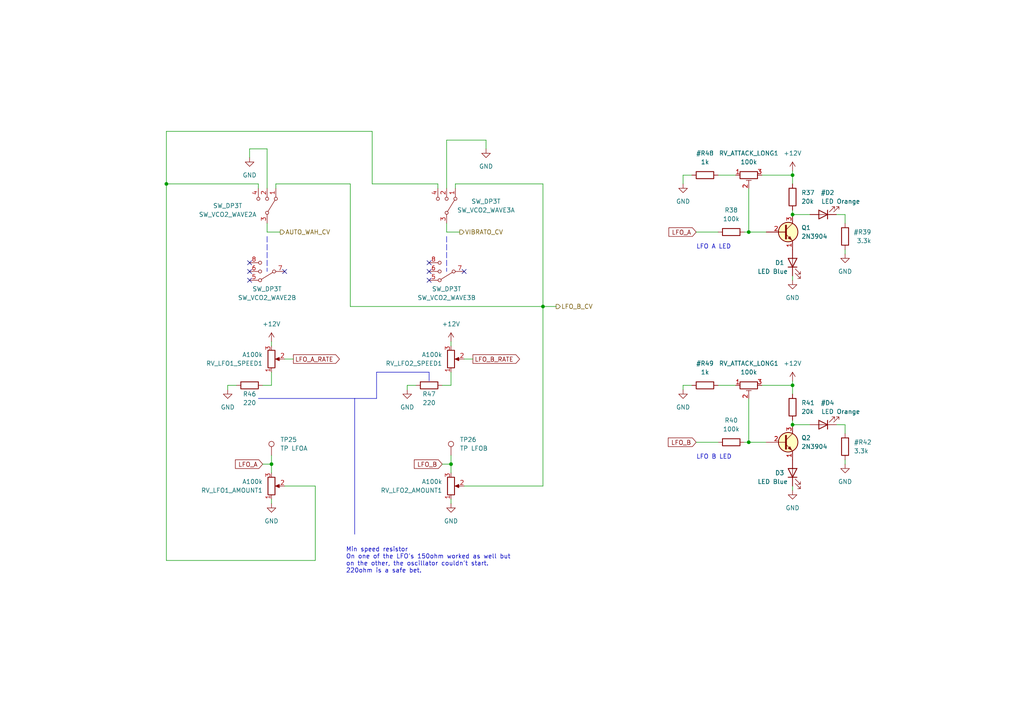
<source format=kicad_sch>
(kicad_sch (version 20231120) (generator "eeschema") (generator_version "8.0")
  (paper "A4")
  (lib_symbols
    (symbol "Connector:TestPoint" (pin_numbers hide) (pin_names (offset 0.762) hide)
      (property "Reference" "TP" (at 0 6.858 0))
      (property "Value" "TestPoint" (at 0 5.08 0))
      (symbol "TestPoint_0_1"
        (circle (center 0 3.302) (radius 0.762))
      )
      (symbol "TestPoint_1_1"
        (pin passive line (at 0 0 90) (length 2.54) (name "1") (number "1"))
      )
    )
    (symbol "Device:LED" (pin_numbers hide) (pin_names (offset 1.016) hide)
      (property "Reference" "D" (at 0 2.54 0))
      (property "Value" "LED" (at 0 -2.54 0))
      (symbol "LED_0_1"
        (polyline (pts (xy -1.27 -1.27) (xy -1.27 1.27)) (stroke (width 0.254)))
        (polyline (pts (xy -1.27 0) (xy 1.27 0)))
        (polyline (pts (xy 1.27 -1.27) (xy 1.27 1.27) (xy -1.27 0) (xy 1.27 -1.27)) (stroke (width 0.254)))
        (polyline (pts (xy -3.048 -0.762) (xy -4.572 -2.286) (xy -3.81 -2.286) (xy -4.572 -2.286) (xy -4.572 -1.524)))
        (polyline (pts (xy -1.778 -0.762) (xy -3.302 -2.286) (xy -2.54 -2.286) (xy -3.302 -2.286) (xy -3.302 -1.524)))
      )
      (symbol "LED_1_1"
        (pin passive line (at -3.81 0 0) (length 2.54) (name "K") (number "1"))
        (pin passive line (at 3.81 0 180) (length 2.54) (name "A") (number "2"))
      )
    )
    (symbol "Device:R" (pin_numbers hide) (pin_names (offset 0))
      (property "Reference" "R" (at 2.032 0 90))
      (property "Value" "R" (at 0 0 90))
      (symbol "R_0_1"
        (rectangle (start -1.016 -2.54) (end 1.016 2.54) (stroke (width 0.254)))
      )
      (symbol "R_1_1"
        (pin passive line (at 0 3.81 270) (length 1.27) (name "~") (number "1"))
        (pin passive line (at 0 -3.81 90) (length 1.27) (name "~") (number "2"))
      )
    )
    (symbol "Device:R_Potentiometer" (pin_names (offset 1.016) hide)
      (property "Reference" "RV" (at -4.445 0 90))
      (property "Value" "R_Potentiometer" (at -2.54 0 90))
      (symbol "R_Potentiometer_0_1"
        (polyline (pts (xy 2.54 0) (xy 1.524 0)))
        (polyline (pts (xy 1.143 0) (xy 2.286 0.508) (xy 2.286 -0.508) (xy 1.143 0)) (fill (type outline)))
        (rectangle (start 1.016 2.54) (end -1.016 -2.54) (stroke (width 0.254)))
      )
      (symbol "R_Potentiometer_1_1"
        (pin passive line (at 0 3.81 270) (length 1.27) (name "1") (number "1"))
        (pin passive line (at 3.81 0 180) (length 1.27) (name "2") (number "2"))
        (pin passive line (at 0 -3.81 90) (length 1.27) (name "3") (number "3"))
      )
    )
    (symbol "Device:R_Potentiometer_Trim" (pin_names (offset 1.016) hide)
      (property "Reference" "RV" (at -4.445 0 90))
      (property "Value" "R_Potentiometer_Trim" (at -2.54 0 90))
      (symbol "R_Potentiometer_Trim_0_1"
        (polyline (pts (xy 1.524 0.762) (xy 1.524 -0.762)))
        (polyline (pts (xy 2.54 0) (xy 1.524 0)))
        (rectangle (start 1.016 2.54) (end -1.016 -2.54) (stroke (width 0.254)))
      )
      (symbol "R_Potentiometer_Trim_1_1"
        (pin passive line (at 0 3.81 270) (length 1.27) (name "1") (number "1"))
        (pin passive line (at 3.81 0 180) (length 1.27) (name "2") (number "2"))
        (pin passive line (at 0 -3.81 90) (length 1.27) (name "3") (number "3"))
      )
    )
    (symbol "PCM_Transistor_BJT_AKL:2N3904" (pin_names hide)
      (property "Reference" "Q" (at 5.08 1.27 0))
      (property "Value" "2N3904" (at 5.08 -1.27 0))
      (symbol "2N3904_0_1"
        (polyline (pts (xy 0.635 0.635) (xy 2.54 2.54)))
        (polyline (pts (xy 0.635 -0.635) (xy 2.54 -2.54) (xy 2.54 -2.54)))
        (polyline (pts (xy 0.635 1.905) (xy 0.635 -1.905) (xy 0.635 -1.905)) (stroke (width 0.508)))
        (polyline (pts (xy 1.27 -1.778) (xy 1.778 -1.27) (xy 2.286 -2.286) (xy 1.27 -1.778) (xy 1.27 -1.778)) (fill (type outline)))
        (circle (center 1.27 0) (radius 2.8194) (stroke (width 0.254)) (fill (type background)))
      )
      (symbol "2N3904_1_1"
        (pin passive line (at 2.54 -5.08 90) (length 2.54) (name "E") (number "1"))
        (pin passive line (at -5.08 0 0) (length 5.715) (name "B") (number "2"))
        (pin passive line (at 2.54 5.08 270) (length 2.54) (name "C") (number "3"))
      )
    )
    (symbol "Switch:SW_DP3T" (pin_names (offset 0) hide)
      (property "Reference" "SW" (at 0 5.08 0))
      (property "Value" "SW_DP3T" (at 0 -5.08 0))
      (symbol "SW_DP3T_0_1"
        (circle (center -2.032 0) (radius 0.4572))
        (polyline (pts (xy -1.651 0.254) (xy 1.651 2.286)))
        (circle (center 2.032 -2.54) (radius 0.4572))
        (circle (center 2.032 0) (radius 0.4572))
        (circle (center 2.032 2.54) (radius 0.4572))
      )
      (symbol "SW_DP3T_1_1"
        (pin passive line (at 5.08 2.54 180) (length 2.54) (name "1") (number "1"))
        (pin passive line (at 5.08 0 180) (length 2.54) (name "2") (number "2"))
        (pin passive line (at -5.08 0 0) (length 2.54) (name "3") (number "3"))
        (pin passive line (at 5.08 -2.54 180) (length 2.54) (name "4") (number "4"))
      )
      (symbol "SW_DP3T_2_1"
        (pin passive line (at 5.08 2.54 180) (length 2.54) (name "5") (number "5"))
        (pin passive line (at 5.08 0 180) (length 2.54) (name "6") (number "6"))
        (pin passive line (at -5.08 0 0) (length 2.54) (name "7") (number "7"))
        (pin passive line (at 5.08 -2.54 180) (length 2.54) (name "8") (number "8"))
      )
    )
    (symbol "power:+12V" (power) (pin_names (offset 0))
      (property "Value" "+12V" (at 0 3.556 0))
      (symbol "+12V_0_1"
        (polyline (pts (xy -0.762 1.27) (xy 0 2.54)))
        (polyline (pts (xy 0 0) (xy 0 2.54)))
        (polyline (pts (xy 0 2.54) (xy 0.762 1.27)))
      )
      (symbol "+12V_1_1"
        (pin power_in line (at 0 0 90) (length 0) hide (name "+12V") (number "1"))
      )
    )
    (symbol "power:GND" (power) (pin_names (offset 0))
      (property "Value" "GND" (at 0 -3.81 0))
      (symbol "GND_0_1"
        (polyline (pts (xy 0 0) (xy 0 -1.27) (xy 1.27 -1.27) (xy 0 -2.54) (xy -1.27 -1.27) (xy 0 -1.27)))
      )
      (symbol "GND_1_1"
        (pin power_in line (at 0 0 270) (length 0) hide (name "GND") (number "1"))
      )
    )
  )
  (junction (at 229.87 111.76))
  (junction (at 78.74 134.62))
  (junction (at 130.81 134.62))
  (junction (at 229.87 123.19))
  (junction (at 229.87 62.23))
  (junction (at 157.48 88.9))
  (junction (at 48.26 53.34))
  (junction (at 229.87 50.8))
  (junction (at 217.17 67.31))
  (junction (at 217.17 128.27))
  (no_connect (at 124.46 76.2))
  (no_connect (at 124.46 81.28))
  (no_connect (at 72.39 78.74))
  (no_connect (at 134.62 78.74))
  (no_connect (at 72.39 81.28))
  (no_connect (at 124.46 78.74))
  (no_connect (at 72.39 76.2))
  (no_connect (at 82.55 78.74))
  (wire (pts (xy 222.25 128.27) (xy 217.17 128.27)))
  (wire (pts (xy 77.47 43.18) (xy 77.47 54.61)))
  (wire (pts (xy 48.26 53.34) (xy 48.26 38.1)))
  (wire (pts (xy 128.27 111.76) (xy 130.81 111.76)))
  (wire (pts (xy 129.54 40.64) (xy 129.54 54.61)))
  (wire (pts (xy 129.54 67.31) (xy 133.35 67.31)))
  (wire (pts (xy 245.11 134.62) (xy 245.11 133.35)))
  (wire (pts (xy 127 53.34) (xy 127 54.61)))
  (wire (pts (xy 91.44 162.56) (xy 48.26 162.56)))
  (wire (pts (xy 48.26 162.56) (xy 48.26 53.34)))
  (wire (pts (xy 68.58 111.76) (xy 66.04 111.76)))
  (wire (pts (xy 229.87 121.92) (xy 229.87 123.19)))
  (wire (pts (xy 200.66 111.76) (xy 198.12 111.76)))
  (wire (pts (xy 140.97 40.64) (xy 129.54 40.64)))
  (wire (pts (xy 130.81 107.95) (xy 130.81 111.76)))
  (wire (pts (xy 140.97 43.18) (xy 140.97 40.64)))
  (wire (pts (xy 107.95 53.34) (xy 127 53.34)))
  (wire (pts (xy 242.57 62.23) (xy 245.11 62.23)))
  (wire (pts (xy 198.12 50.8) (xy 198.12 53.34)))
  (wire (pts (xy 245.11 123.19) (xy 245.11 125.73)))
  (wire (pts (xy 78.74 132.08) (xy 78.74 134.62)))
  (polyline (pts (xy 109.22 107.95) (xy 124.46 107.95)))
  (wire (pts (xy 48.26 38.1) (xy 107.95 38.1)))
  (wire (pts (xy 77.47 64.77) (xy 77.47 67.31)))
  (wire (pts (xy 80.01 53.34) (xy 80.01 54.61)))
  (wire (pts (xy 107.95 38.1) (xy 107.95 53.34)))
  (wire (pts (xy 157.48 53.34) (xy 157.48 88.9)))
  (polyline (pts (xy 102.87 154.94) (xy 102.87 115.57)))
  (wire (pts (xy 137.16 104.14) (xy 134.62 104.14)))
  (wire (pts (xy 201.93 67.31) (xy 208.28 67.31)))
  (wire (pts (xy 245.11 62.23) (xy 245.11 64.77)))
  (polyline (pts (xy 77.47 68.58) (xy 77.47 78.74)) (stroke (width 0) (type dash)))
  (wire (pts (xy 80.01 53.34) (xy 101.6 53.34)))
  (wire (pts (xy 157.48 88.9) (xy 157.48 140.97)))
  (wire (pts (xy 72.39 43.18) (xy 77.47 43.18)))
  (wire (pts (xy 201.93 128.27) (xy 208.28 128.27)))
  (wire (pts (xy 101.6 53.34) (xy 101.6 88.9)))
  (wire (pts (xy 101.6 88.9) (xy 157.48 88.9)))
  (wire (pts (xy 91.44 140.97) (xy 91.44 162.56)))
  (wire (pts (xy 132.08 53.34) (xy 157.48 53.34)))
  (wire (pts (xy 78.74 134.62) (xy 78.74 137.16)))
  (wire (pts (xy 229.87 123.19) (xy 234.95 123.19)))
  (wire (pts (xy 229.87 50.8) (xy 229.87 53.34)))
  (wire (pts (xy 229.87 81.28) (xy 229.87 80.01)))
  (wire (pts (xy 208.28 111.76) (xy 213.36 111.76)))
  (wire (pts (xy 78.74 107.95) (xy 78.74 111.76)))
  (wire (pts (xy 220.98 50.8) (xy 229.87 50.8)))
  (wire (pts (xy 229.87 142.24) (xy 229.87 140.97)))
  (wire (pts (xy 208.28 50.8) (xy 213.36 50.8)))
  (polyline (pts (xy 129.54 68.58) (xy 129.54 78.74)) (stroke (width 0) (type dash)))
  (polyline (pts (xy 109.22 115.57) (xy 109.22 107.95)))
  (wire (pts (xy 77.47 67.31) (xy 81.28 67.31)))
  (wire (pts (xy 78.74 146.05) (xy 78.74 144.78)))
  (wire (pts (xy 220.98 111.76) (xy 229.87 111.76)))
  (wire (pts (xy 130.81 134.62) (xy 130.81 137.16)))
  (wire (pts (xy 66.04 111.76) (xy 66.04 113.03)))
  (wire (pts (xy 245.11 73.66) (xy 245.11 72.39)))
  (wire (pts (xy 74.93 53.34) (xy 74.93 54.61)))
  (polyline (pts (xy 74.93 115.57) (xy 102.87 115.57)))
  (wire (pts (xy 200.66 50.8) (xy 198.12 50.8)))
  (wire (pts (xy 132.08 53.34) (xy 132.08 54.61)))
  (wire (pts (xy 128.27 134.62) (xy 130.81 134.62)))
  (wire (pts (xy 82.55 140.97) (xy 91.44 140.97)))
  (wire (pts (xy 229.87 49.53) (xy 229.87 50.8)))
  (wire (pts (xy 72.39 45.72) (xy 72.39 43.18)))
  (wire (pts (xy 76.2 134.62) (xy 78.74 134.62)))
  (wire (pts (xy 229.87 60.96) (xy 229.87 62.23)))
  (wire (pts (xy 229.87 111.76) (xy 229.87 114.3)))
  (wire (pts (xy 229.87 110.49) (xy 229.87 111.76)))
  (wire (pts (xy 229.87 62.23) (xy 234.95 62.23)))
  (wire (pts (xy 118.11 111.76) (xy 118.11 113.03)))
  (wire (pts (xy 85.09 104.14) (xy 82.55 104.14)))
  (wire (pts (xy 198.12 111.76) (xy 198.12 113.03)))
  (wire (pts (xy 217.17 67.31) (xy 217.17 54.61)))
  (wire (pts (xy 217.17 128.27) (xy 217.17 115.57)))
  (wire (pts (xy 134.62 140.97) (xy 157.48 140.97)))
  (polyline (pts (xy 124.46 107.95) (xy 124.46 110.49)))
  (wire (pts (xy 130.81 100.33) (xy 130.81 99.06)))
  (wire (pts (xy 129.54 64.77) (xy 129.54 67.31)))
  (wire (pts (xy 157.48 88.9) (xy 161.29 88.9)))
  (wire (pts (xy 48.26 53.34) (xy 74.93 53.34)))
  (wire (pts (xy 76.2 111.76) (xy 78.74 111.76)))
  (wire (pts (xy 222.25 67.31) (xy 217.17 67.31)))
  (wire (pts (xy 130.81 146.05) (xy 130.81 144.78)))
  (polyline (pts (xy 102.87 115.57) (xy 109.22 115.57)))
  (wire (pts (xy 242.57 123.19) (xy 245.11 123.19)))
  (wire (pts (xy 215.9 128.27) (xy 217.17 128.27)))
  (wire (pts (xy 120.65 111.76) (xy 118.11 111.76)))
  (wire (pts (xy 215.9 67.31) (xy 217.17 67.31)))
  (wire (pts (xy 78.74 99.06) (xy 78.74 100.33)))
  (wire (pts (xy 130.81 132.08) (xy 130.81 134.62)))
  (text "LFO A LED" (at 201.93 72.39 0) (effects (font (size 1.27 1.27)) (justify left bottom)))
  (text "Min speed resistor\nOn one of the LFO's 150ohm worked as well but\non the other, the oscillator couldn't start.\n220ohm is a safe bet." (at 100.33 166.37 0) (effects (font (size 1.27 1.27)) (justify left bottom)))
  (text "LFO B LED" (at 201.93 133.35 0) (effects (font (size 1.27 1.27)) (justify left bottom)))
  (global_label "LFO_A" (shape input) (at 76.2 134.62 180) (property "Intersheetrefs" "${INTERSHEET_REFS}" (effects (hide yes))))
  (global_label "LFO_B" (shape input) (at 128.27 134.62 180) (property "Intersheetrefs" "${INTERSHEET_REFS}" (effects (hide yes))))
  (global_label "LFO_B" (shape input) (at 201.93 128.27 180) (property "Intersheetrefs" "${INTERSHEET_REFS}" (effects (hide yes))))
  (global_label "LFO_A" (shape input) (at 201.93 67.31 180) (property "Intersheetrefs" "${INTERSHEET_REFS}" (effects (hide yes))))
  (global_label "LFO_B_RATE" (shape output) (at 137.16 104.14 0) (property "Intersheetrefs" "${INTERSHEET_REFS}" (effects (hide yes))))
  (global_label "LFO_A_RATE" (shape output) (at 85.09 104.14 0) (property "Intersheetrefs" "${INTERSHEET_REFS}" (effects (hide yes))))
  (hierarchical_label "VIBRATO_CV" (shape output) (at 133.35 67.31 0))
  (hierarchical_label "LFO_B_CV" (shape output) (at 161.29 88.9 0))
  (hierarchical_label "AUTO_WAH_CV" (shape output) (at 81.28 67.31 0))
  (symbol (lib_id "Device:R") (at 229.87 118.11 0) (unit 1)
    (property "Reference" "R41" (at 232.41 116.84 0) (effects (justify left)))
    (property "Value" "20k" (at 232.41 119.38 0) (effects (justify left)))
    (property "Footprint" "Shmoergh_Custom_Footprints:R_Axial_DIN0207_L6.3mm_D2.5mm_P7.62mm_Horizontal" (effects (hide yes)))
  )
  (symbol (lib_id "Device:R_Potentiometer") (at 78.74 104.14 0) (mirror x) (unit 1)
    (property "Reference" "RV_LFO1_SPEED1" (at 76.2 105.41 0) (effects (justify right)))
    (property "Value" "A100k" (at 76.2 102.87 0) (effects (justify right)))
    (property "Footprint" "Shmoergh_Custom_Footprints:Potentiometer_Bourns_Single-PTV09A" (effects (hide yes)))
  )
  (symbol (lib_id "power:GND") (at 198.12 53.34 0) (unit 1)
    (property "Reference" "#PWR060" (effects (hide yes)))
    (property "Value" "GND" (at 198.12 58.42 0))
  )
  (symbol (lib_id "Switch:SW_DP3T") (at 129.54 78.74 180) (unit 2)
    (property "Reference" "SW_VCO2_WAVE3" (at 129.54 86.36 0))
    (property "Value" "SW_DP3T" (at 129.54 83.82 0))
    (property "Footprint" "Shmoergh_Custom_Footprints:DP3T Korg Style Switch" (effects (hide yes)))
    (instances (project "ui-rev-3" (path "" (reference "SW_VCO2_WAVE3") (unit 2)) (path "" (reference "SW_VIBRATO_AB1") (unit 2))))
  )
  (symbol (lib_id "Device:R_Potentiometer") (at 130.81 140.97 0) (mirror x) (unit 1)
    (property "Reference" "RV_LFO2_AMOUNT1" (at 128.27 142.24 0) (effects (justify right)))
    (property "Value" "A100k" (at 128.27 139.7 0) (effects (justify right)))
    (property "Footprint" "Shmoergh_Custom_Footprints:Potentiometer_Bourns_Single-PTV09A" (effects (hide yes)))
  )
  (symbol (lib_id "power:GND") (at 66.04 113.03 0) (unit 1)
    (property "Reference" "#PWR020" (effects (hide yes)))
    (property "Value" "GND" (at 66.04 118.11 0))
  )
  (symbol (lib_id "Connector:TestPoint") (at 78.74 132.08 0) (unit 1)
    (property "Reference" "TP2" (at 81.28 127.508 0) (effects (justify left)))
    (property "Value" "TP LFOA" (at 81.28 130.048 0) (effects (justify left)))
    (property "Footprint" "TestPoint:TestPoint_THTPad_2.0x2.0mm_Drill1.0mm" (effects (hide yes)))
    (instances (project "ui-rev-3" (path "" (reference "TP25") (unit 1)) (path "" (reference "TP2") (unit 1))))
  )
  (symbol (lib_id "Device:R") (at 124.46 111.76 90) (unit 1)
    (property "Reference" "R47" (at 124.46 114.3 90))
    (property "Value" "220" (at 124.46 116.84 90))
    (property "Footprint" "Shmoergh_Custom_Footprints:R_Axial_DIN0207_L6.3mm_D2.5mm_P7.62mm_Horizontal" (effects (hide yes)))
  )
  (symbol (lib_id "Device:R_Potentiometer") (at 130.81 104.14 0) (mirror x) (unit 1)
    (property "Reference" "RV_LFO2_SPEED1" (at 128.27 105.41 0) (effects (justify right)))
    (property "Value" "A100k" (at 128.27 102.87 0) (effects (justify right)))
    (property "Footprint" "Shmoergh_Custom_Footprints:Potentiometer_Bourns_Single-PTV09A" (effects (hide yes)))
  )
  (symbol (lib_id "Device:R") (at 245.11 129.54 0) (unit 1)
    (property "Reference" "#R42" (at 247.65 128.27 0) (effects (justify left)))
    (property "Value" "3.3k" (at 247.65 130.81 0) (effects (justify left)))
    (property "Footprint" "Shmoergh_Custom_Footprints:R_Axial_DIN0207_L6.3mm_D2.5mm_P7.62mm_Horizontal" (effects (hide yes)))
  )
  (symbol (lib_id "power:+12V") (at 229.87 110.49 0) (unit 1)
    (property "Reference" "#PWR063" (effects (hide yes)))
    (property "Value" "+12V" (at 229.87 105.41 0))
  )
  (symbol (lib_id "Device:R") (at 212.09 67.31 90) (unit 1)
    (property "Reference" "R38" (at 212.09 60.96 90))
    (property "Value" "100k" (at 212.09 63.5 90))
    (property "Footprint" "Shmoergh_Custom_Footprints:R_Axial_DIN0207_L6.3mm_D2.5mm_P7.62mm_Horizontal" (effects (hide yes)))
  )
  (symbol (lib_id "Device:R_Potentiometer_Trim") (at 217.17 50.8 90) (mirror x) (unit 1)
    (property "Reference" "RV_ATTACK_LONG1" (at 217.17 44.45 90))
    (property "Value" "100k" (at 217.17 46.99 90))
    (property "Footprint" "Potentiometer_THT:Potentiometer_Runtron_RM-065_Vertical" (effects (hide yes)))
    (instances (project "hog-f1-router" (path "" (reference "RV_ATTACK_LONG1") (unit 1))) (project "ui-rev-3" (path "" (reference "RV_ATTACK_LONG2") (unit 1)) (path "" (reference "#RV_LED_BIAS_A1") (unit 1)) (path "" (reference "RV_ATTACK_LONG1") (unit 1)) (path "" (reference "RV_GLIDE_AMNT1") (unit 1))))
  )
  (symbol (lib_id "Switch:SW_DP3T") (at 129.54 59.69 270) (mirror x) (unit 1)
    (property "Reference" "SW_VCO2_WAVE3" (at 140.97 60.96 90))
    (property "Value" "SW_DP3T" (at 140.97 58.42 90))
    (property "Footprint" "Shmoergh_Custom_Footprints:DP3T Korg Style Switch" (effects (hide yes)))
    (instances (project "ui-rev-3" (path "" (reference "SW_VCO2_WAVE3") (unit 1)) (path "" (reference "SW_VIBRATO_AB1") (unit 1))))
  )
  (symbol (lib_id "Switch:SW_DP3T") (at 77.47 59.69 270) (mirror x) (unit 1)
    (property "Reference" "SW_VCO2_WAVE2" (at 66.04 62.23 90))
    (property "Value" "SW_DP3T" (at 66.04 59.69 90))
    (property "Footprint" "Shmoergh_Custom_Footprints:DP3T Korg Style Switch" (effects (hide yes)))
    (instances (project "ui-rev-3" (path "" (reference "SW_VCO2_WAVE2") (unit 1)) (path "" (reference "SW_AUTO_WAH_AB1") (unit 1))))
  )
  (symbol (lib_id "power:GND") (at 78.74 146.05 0) (unit 1)
    (property "Reference" "#PWR023" (effects (hide yes)))
    (property "Value" "GND" (at 78.74 151.13 0))
    (instances (project "ui-rev-3" (path "" (reference "#PWR023") (unit 1)) (path "" (reference "#PWR021") (unit 1))))
  )
  (symbol (lib_id "Device:LED") (at 238.76 123.19 180) (unit 1)
    (property "Reference" "#D4" (at 240.03 116.84 0))
    (property "Value" "LED Orange" (at 243.84 119.38 0))
    (property "Footprint" "LED_THT:LED_D3.0mm" (effects (hide yes)))
  )
  (symbol (lib_id "power:GND") (at 245.11 73.66 0) (unit 1)
    (property "Reference" "#PWR061" (effects (hide yes)))
    (property "Value" "GND" (at 245.11 78.74 0))
  )
  (symbol (lib_id "power:GND") (at 130.81 146.05 0) (unit 1)
    (property "Reference" "#PWR024" (effects (hide yes)))
    (property "Value" "GND" (at 130.81 151.13 0))
  )
  (symbol (lib_id "Device:R_Potentiometer_Trim") (at 217.17 111.76 90) (mirror x) (unit 1)
    (property "Reference" "RV_ATTACK_LONG1" (at 217.17 105.41 90))
    (property "Value" "100k" (at 217.17 107.95 90))
    (property "Footprint" "Potentiometer_THT:Potentiometer_Runtron_RM-065_Vertical" (effects (hide yes)))
    (instances (project "hog-f1-router" (path "" (reference "RV_ATTACK_LONG1") (unit 1))) (project "ui-rev-3" (path "" (reference "RV_ATTACK_LONG2") (unit 1)) (path "" (reference "#RV_LED_BIAS_B1") (unit 1)) (path "" (reference "RV_ATTACK_LONG1") (unit 1)) (path "" (reference "RV_GLIDE_AMNT1") (unit 1))))
  )
  (symbol (lib_id "power:GND") (at 198.12 113.03 0) (unit 1)
    (property "Reference" "#PWR062" (effects (hide yes)))
    (property "Value" "GND" (at 198.12 118.11 0))
  )
  (symbol (lib_id "Device:R") (at 204.47 50.8 90) (unit 1)
    (property "Reference" "#R48" (at 204.47 44.45 90))
    (property "Value" "1k" (at 204.47 46.99 90))
    (property "Footprint" "Shmoergh_Custom_Footprints:R_Axial_DIN0207_L6.3mm_D2.5mm_P7.62mm_Horizontal" (effects (hide yes)))
  )
  (symbol (lib_id "power:GND") (at 229.87 81.28 0) (unit 1)
    (property "Reference" "#PWR049" (effects (hide yes)))
    (property "Value" "GND" (at 229.87 86.36 0))
  )
  (symbol (lib_id "power:+12V") (at 78.74 99.06 0) (unit 1)
    (property "Reference" "#PWR019" (effects (hide yes)))
    (property "Value" "+12V" (at 78.74 93.98 0))
  )
  (symbol (lib_id "Device:LED") (at 229.87 137.16 90) (unit 1)
    (property "Reference" "D3" (at 224.79 137.16 90) (effects (justify right)))
    (property "Value" "LED Blue" (at 219.71 139.7 90) (effects (justify right)))
    (property "Footprint" "LED_THT:LED_D5.0mm" (effects (hide yes)))
  )
  (symbol (lib_id "Device:R_Potentiometer") (at 78.74 140.97 0) (mirror x) (unit 1)
    (property "Reference" "RV_LFO1_AMOUNT1" (at 76.2 142.24 0) (effects (justify right)))
    (property "Value" "A100k" (at 76.2 139.7 0) (effects (justify right)))
    (property "Footprint" "Shmoergh_Custom_Footprints:Potentiometer_Bourns_Single-PTV09A" (effects (hide yes)))
  )
  (symbol (lib_id "power:+12V") (at 130.81 99.06 0) (unit 1)
    (property "Reference" "#PWR021" (effects (hide yes)))
    (property "Value" "+12V" (at 130.81 93.98 0))
    (instances (project "ui-rev-3" (path "" (reference "#PWR021") (unit 1)) (path "" (reference "#PWR022") (unit 1))))
  )
  (symbol (lib_id "Device:R") (at 204.47 111.76 90) (unit 1)
    (property "Reference" "#R49" (at 204.47 105.41 90))
    (property "Value" "1k" (at 204.47 107.95 90))
    (property "Footprint" "Shmoergh_Custom_Footprints:R_Axial_DIN0207_L6.3mm_D2.5mm_P7.62mm_Horizontal" (effects (hide yes)))
  )
  (symbol (lib_id "PCM_Transistor_BJT_AKL:2N3904") (at 227.33 128.27 0) (unit 1)
    (property "Reference" "Q2" (at 232.41 127 0) (effects (justify left)))
    (property "Value" "2N3904" (at 232.41 129.54 0) (effects (justify left)))
    (property "Footprint" "Package_TO_SOT_THT:TO-92L_Inline_Wide" (effects (hide yes)))
    (property "Datasheet" "https://www.tme.eu/Document/12bff749841e3a356e683e9a8e7e4119/2N3904BU-DTE.pdf" (effects (hide yes)))
  )
  (symbol (lib_id "power:GND") (at 245.11 134.62 0) (unit 1)
    (property "Reference" "#PWR065" (effects (hide yes)))
    (property "Value" "GND" (at 245.11 139.7 0))
  )
  (symbol (lib_id "Device:R") (at 212.09 128.27 90) (unit 1)
    (property "Reference" "R40" (at 212.09 121.92 90))
    (property "Value" "100k" (at 212.09 124.46 90))
    (property "Footprint" "Shmoergh_Custom_Footprints:R_Axial_DIN0207_L6.3mm_D2.5mm_P7.62mm_Horizontal" (effects (hide yes)))
  )
  (symbol (lib_id "power:GND") (at 229.87 142.24 0) (unit 1)
    (property "Reference" "#PWR064" (effects (hide yes)))
    (property "Value" "GND" (at 229.87 147.32 0))
  )
  (symbol (lib_id "power:GND") (at 140.97 43.18 0) (unit 1)
    (property "Reference" "#PWR097" (effects (hide yes)))
    (property "Value" "GND" (at 140.97 48.26 0))
  )
  (symbol (lib_id "Connector:TestPoint") (at 130.81 132.08 0) (unit 1)
    (property "Reference" "TP2" (at 133.35 127.508 0) (effects (justify left)))
    (property "Value" "TP LFOB" (at 133.35 130.048 0) (effects (justify left)))
    (property "Footprint" "TestPoint:TestPoint_THTPad_2.0x2.0mm_Drill1.0mm" (effects (hide yes)))
    (instances (project "ui-rev-3" (path "" (reference "TP26") (unit 1)) (path "" (reference "TP2") (unit 1))))
  )
  (symbol (lib_id "power:GND") (at 72.39 45.72 0) (unit 1)
    (property "Reference" "#PWR098" (effects (hide yes)))
    (property "Value" "GND" (at 72.39 50.8 0))
  )
  (symbol (lib_id "Device:LED") (at 238.76 62.23 180) (unit 1)
    (property "Reference" "#D2" (at 240.03 55.88 0))
    (property "Value" "LED Orange" (at 243.84 58.42 0))
    (property "Footprint" "LED_THT:LED_D3.0mm" (effects (hide yes)))
  )
  (symbol (lib_id "Device:R") (at 229.87 57.15 0) (unit 1)
    (property "Reference" "R37" (at 232.41 55.88 0) (effects (justify left)))
    (property "Value" "20k" (at 232.41 58.42 0) (effects (justify left)))
    (property "Footprint" "Shmoergh_Custom_Footprints:R_Axial_DIN0207_L6.3mm_D2.5mm_P7.62mm_Horizontal" (effects (hide yes)))
  )
  (symbol (lib_id "Device:LED") (at 229.87 76.2 90) (unit 1)
    (property "Reference" "D1" (at 224.79 76.2 90) (effects (justify right)))
    (property "Value" "LED Blue" (at 219.71 78.74 90) (effects (justify right)))
    (property "Footprint" "LED_THT:LED_D5.0mm" (effects (hide yes)))
  )
  (symbol (lib_id "PCM_Transistor_BJT_AKL:2N3904") (at 227.33 67.31 0) (unit 1)
    (property "Reference" "Q1" (at 232.41 66.04 0) (effects (justify left)))
    (property "Value" "2N3904" (at 232.41 68.58 0) (effects (justify left)))
    (property "Footprint" "Package_TO_SOT_THT:TO-92L_Inline_Wide" (effects (hide yes)))
    (property "Datasheet" "https://www.tme.eu/Document/12bff749841e3a356e683e9a8e7e4119/2N3904BU-DTE.pdf" (effects (hide yes)))
  )
  (symbol (lib_id "Device:R") (at 245.11 68.58 0) (unit 1)
    (property "Reference" "#R39" (at 252.73 67.31 0) (effects (justify right)))
    (property "Value" "3.3k" (at 252.73 69.85 0) (effects (justify right)))
    (property "Footprint" "Shmoergh_Custom_Footprints:R_Axial_DIN0207_L6.3mm_D2.5mm_P7.62mm_Horizontal" (effects (hide yes)))
  )
  (symbol (lib_id "Switch:SW_DP3T") (at 77.47 78.74 180) (unit 2)
    (property "Reference" "SW_VCO2_WAVE2" (at 77.47 86.36 0))
    (property "Value" "SW_DP3T" (at 77.47 83.82 0))
    (property "Footprint" "Shmoergh_Custom_Footprints:DP3T Korg Style Switch" (effects (hide yes)))
    (instances (project "ui-rev-3" (path "" (reference "SW_VCO2_WAVE2") (unit 2)) (path "" (reference "SW_AUTO_WAH_AB1") (unit 2))))
  )
  (symbol (lib_id "power:GND") (at 118.11 113.03 0) (unit 1)
    (property "Reference" "#PWR020" (effects (hide yes)))
    (property "Value" "GND" (at 118.11 118.11 0))
    (instances (project "ui-rev-3" (path "" (reference "#PWR020") (unit 1)) (path "" (reference "#PWR023") (unit 1))))
  )
  (symbol (lib_id "power:+12V") (at 229.87 49.53 0) (unit 1)
    (property "Reference" "#PWR048" (effects (hide yes)))
    (property "Value" "+12V" (at 229.87 44.45 0))
  )
  (symbol (lib_id "Device:R") (at 72.39 111.76 90) (unit 1)
    (property "Reference" "R46" (at 72.39 114.3 90))
    (property "Value" "220" (at 72.39 116.84 90))
    (property "Footprint" "Shmoergh_Custom_Footprints:R_Axial_DIN0207_L6.3mm_D2.5mm_P7.62mm_Horizontal" (effects (hide yes)))
  )
)
</source>
